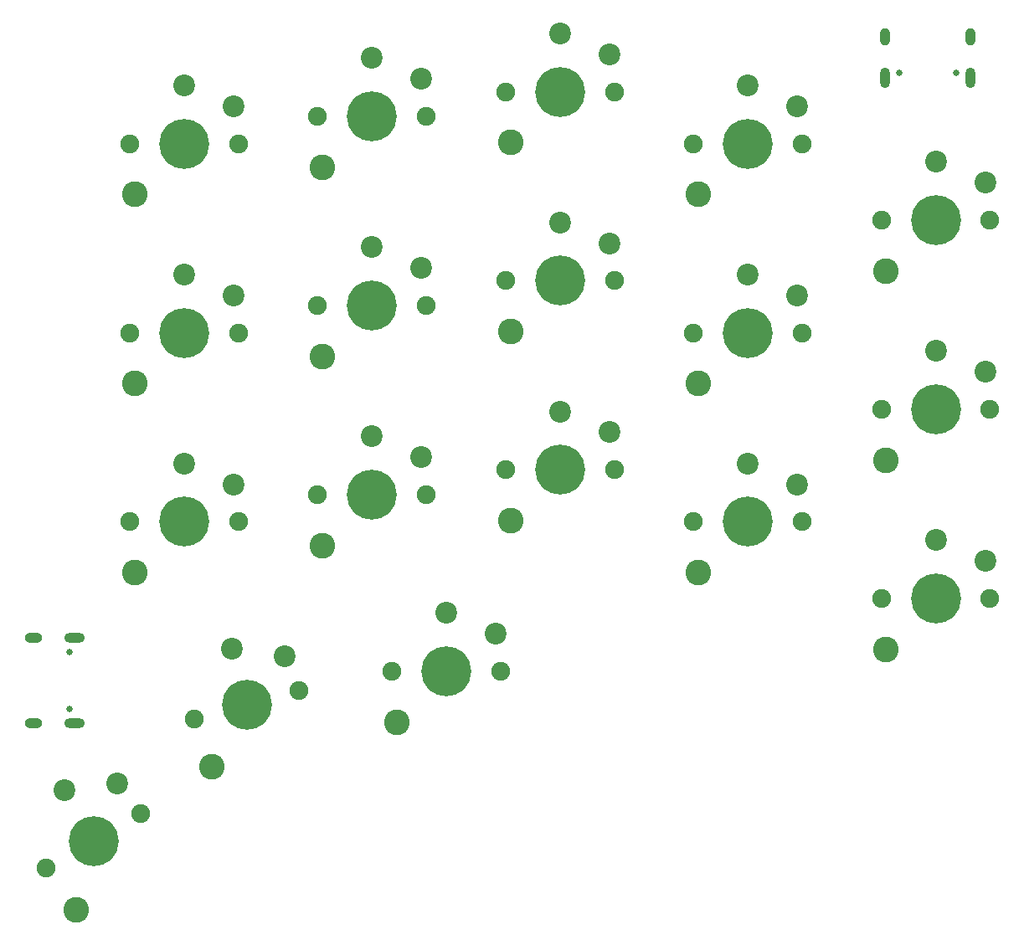
<source format=gbr>
%TF.GenerationSoftware,KiCad,Pcbnew,8.0.4*%
%TF.CreationDate,2024-08-15T01:19:59+08:00*%
%TF.ProjectId,gemini_right,67656d69-6e69-45f7-9269-6768742e6b69,rev?*%
%TF.SameCoordinates,Original*%
%TF.FileFunction,Soldermask,Bot*%
%TF.FilePolarity,Negative*%
%FSLAX46Y46*%
G04 Gerber Fmt 4.6, Leading zero omitted, Abs format (unit mm)*
G04 Created by KiCad (PCBNEW 8.0.4) date 2024-08-15 01:19:59*
%MOMM*%
%LPD*%
G01*
G04 APERTURE LIST*
%ADD10C,1.900000*%
%ADD11C,2.600000*%
%ADD12C,5.050000*%
%ADD13C,2.200000*%
%ADD14C,0.650000*%
%ADD15O,1.000000X2.100000*%
%ADD16O,1.000000X1.800000*%
%ADD17O,2.100000X1.000000*%
%ADD18O,1.800000X1.000000*%
G04 APERTURE END LIST*
D10*
%TO.C,SW6*%
X133294228Y-89750000D03*
D11*
X133794228Y-94900000D03*
D12*
X138794228Y-89750000D03*
D10*
X144294228Y-89750000D03*
D13*
X138794228Y-83850000D03*
X143794228Y-85950000D03*
%TD*%
D10*
%TO.C,SW18*%
X67863082Y-124772118D03*
D11*
X70871095Y-128982149D03*
D12*
X72626222Y-122022118D03*
D10*
X77389362Y-119272118D03*
D13*
X69676222Y-116912568D03*
X75056349Y-116231221D03*
%TD*%
D10*
%TO.C,SW10*%
X95294228Y-48750000D03*
D11*
X95794228Y-53900000D03*
D12*
X100794228Y-48750000D03*
D10*
X106294228Y-48750000D03*
D13*
X100794228Y-42850000D03*
X105794228Y-44950000D03*
%TD*%
D10*
%TO.C,SW16*%
X102794228Y-104850000D03*
D11*
X103294228Y-110000000D03*
D12*
X108294228Y-104850000D03*
D10*
X113794228Y-104850000D03*
D13*
X108294228Y-98950000D03*
X113294228Y-101050000D03*
%TD*%
D10*
%TO.C,SW17*%
X82813630Y-109695623D03*
D11*
X84629511Y-114540731D03*
D12*
X88126222Y-108272118D03*
D10*
X93438814Y-106848613D03*
D13*
X86599190Y-102573156D03*
X91972339Y-103307505D03*
%TD*%
D10*
%TO.C,SW15*%
X76294228Y-89750000D03*
D11*
X76794228Y-94900000D03*
D12*
X81794228Y-89750000D03*
D10*
X87294228Y-89750000D03*
D13*
X81794228Y-83850000D03*
X86794228Y-85950000D03*
%TD*%
D10*
%TO.C,SW4*%
X133294228Y-51500000D03*
D11*
X133794228Y-56650000D03*
D12*
X138794228Y-51500000D03*
D10*
X144294228Y-51500000D03*
D13*
X138794228Y-45600000D03*
X143794228Y-47700000D03*
%TD*%
D10*
%TO.C,SW9*%
X114294228Y-84500000D03*
D11*
X114794228Y-89650000D03*
D12*
X119794228Y-84500000D03*
D10*
X125294228Y-84500000D03*
D13*
X119794228Y-78600000D03*
X124794228Y-80700000D03*
%TD*%
D10*
%TO.C,SW3*%
X152294228Y-97500000D03*
D11*
X152794228Y-102650000D03*
D12*
X157794228Y-97500000D03*
D10*
X163294228Y-97500000D03*
D13*
X157794228Y-91600000D03*
X162794228Y-93700000D03*
%TD*%
D10*
%TO.C,SW2*%
X152294228Y-78375000D03*
D11*
X152794228Y-83525000D03*
D12*
X157794228Y-78375000D03*
D10*
X163294228Y-78375000D03*
D13*
X157794228Y-72475000D03*
X162794228Y-74575000D03*
%TD*%
D10*
%TO.C,SW1*%
X152294228Y-59250000D03*
D11*
X152794228Y-64400000D03*
D12*
X157794228Y-59250000D03*
D10*
X163294228Y-59250000D03*
D13*
X157794228Y-53350000D03*
X162794228Y-55450000D03*
%TD*%
D14*
%TO.C,J2_toHost1*%
X159850000Y-44369999D03*
X154070000Y-44369999D03*
D15*
X161280000Y-44869999D03*
D16*
X161280000Y-40689999D03*
D15*
X152640000Y-44869999D03*
D16*
X152640000Y-40689999D03*
%TD*%
D10*
%TO.C,SW8*%
X114294228Y-65375000D03*
D11*
X114794228Y-70525000D03*
D12*
X119794228Y-65375000D03*
D10*
X125294228Y-65375000D03*
D13*
X119794228Y-59475000D03*
X124794228Y-61575000D03*
%TD*%
D10*
%TO.C,SW7*%
X114294228Y-46250000D03*
D11*
X114794228Y-51400000D03*
D12*
X119794228Y-46250000D03*
D10*
X125294228Y-46250000D03*
D13*
X119794228Y-40350000D03*
X124794228Y-42450000D03*
%TD*%
D10*
%TO.C,SW13*%
X76294228Y-51500000D03*
D11*
X76794228Y-56650000D03*
D12*
X81794228Y-51500000D03*
D10*
X87294228Y-51500000D03*
D13*
X81794228Y-45600000D03*
X86794228Y-47700000D03*
%TD*%
D10*
%TO.C,SW5*%
X133294228Y-70625000D03*
D11*
X133794228Y-75775000D03*
D12*
X138794228Y-70625000D03*
D10*
X144294228Y-70625000D03*
D13*
X138794228Y-64725000D03*
X143794228Y-66825000D03*
%TD*%
D10*
%TO.C,SW11*%
X95294228Y-67875000D03*
D11*
X95794228Y-73025000D03*
D12*
X100794228Y-67875000D03*
D10*
X106294228Y-67875000D03*
D13*
X100794228Y-61975000D03*
X105794228Y-64075000D03*
%TD*%
D10*
%TO.C,SW12*%
X95294228Y-87000000D03*
D11*
X95794228Y-92150000D03*
D12*
X100794228Y-87000000D03*
D10*
X106294228Y-87000000D03*
D13*
X100794228Y-81100000D03*
X105794228Y-83200000D03*
%TD*%
D10*
%TO.C,SW14*%
X76294228Y-70625000D03*
D11*
X76794228Y-75775000D03*
D12*
X81794228Y-70625000D03*
D10*
X87294228Y-70625000D03*
D13*
X81794228Y-64725000D03*
X86794228Y-66825000D03*
%TD*%
D14*
%TO.C,J1_toLeft1*%
X70224227Y-102930000D03*
X70224227Y-108710000D03*
D17*
X70724227Y-101500000D03*
D18*
X66544227Y-101500000D03*
D17*
X70724227Y-110140000D03*
D18*
X66544227Y-110140000D03*
%TD*%
M02*

</source>
